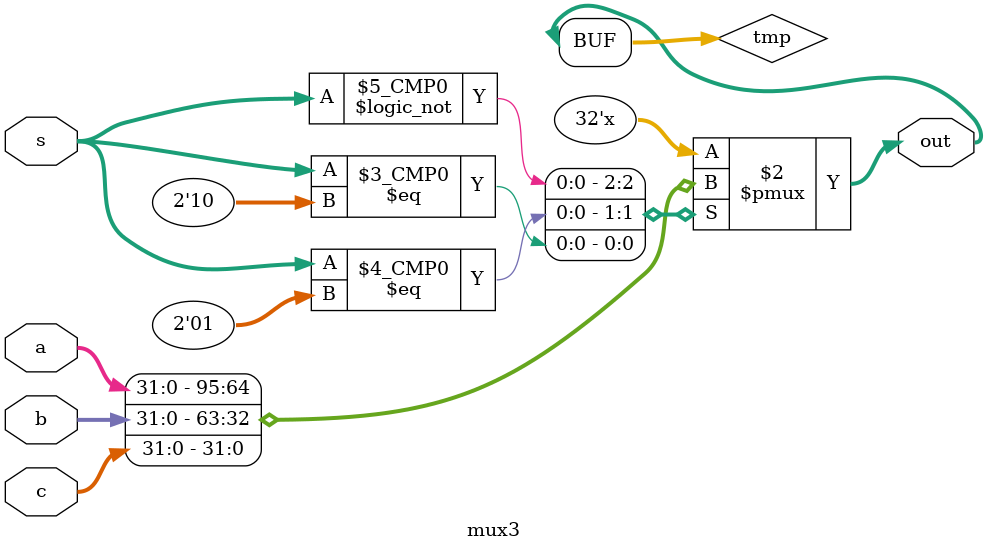
<source format=v>



module mux3(a, b, c, s, out);
    
input [31:0] a, b, c;
input [1:0] s;
output [31:0] out;

reg [31:0] tmp;

assign out = tmp;

always @(*) begin
    case(s)
        2'b00: tmp <= a;
        2'b01: tmp <= b;
        2'b10: tmp <= c;
    endcase

end
    
endmodule

</source>
